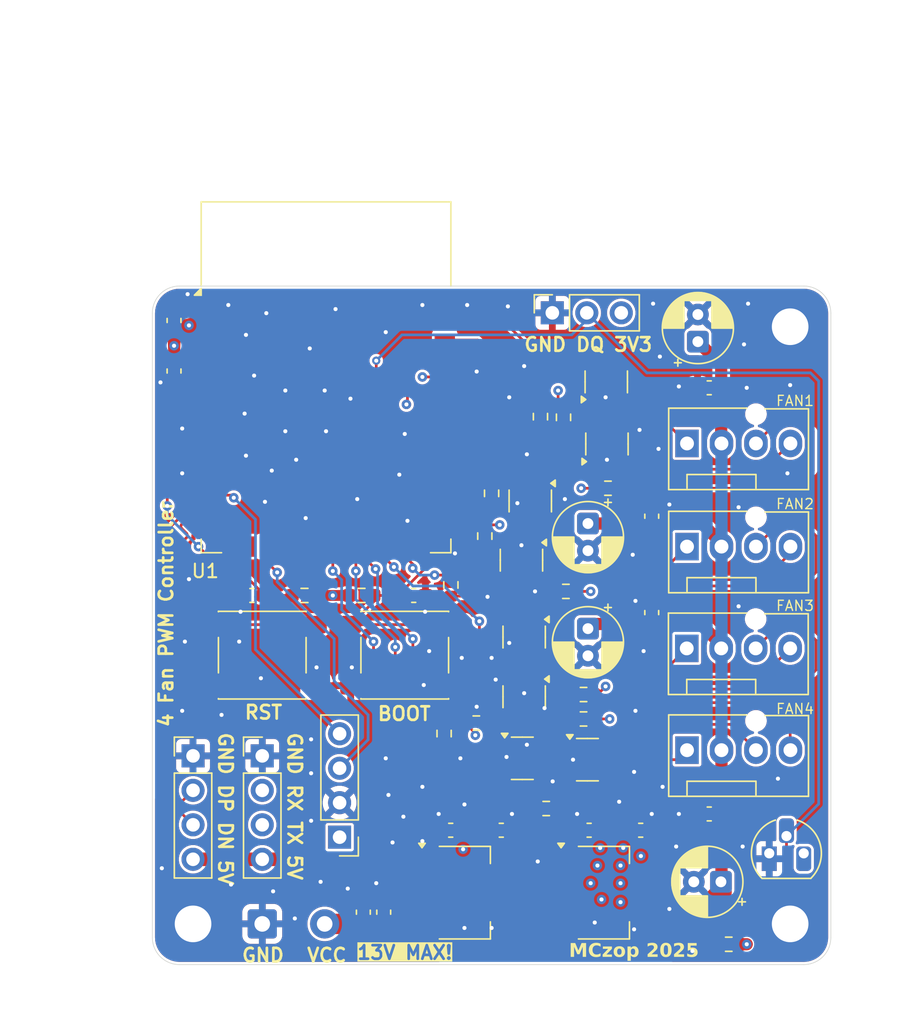
<source format=kicad_pcb>
(kicad_pcb (version 20241229) (generator "pcbnew") (generator_version "9.0")
  (layers (0 "F.Cu" signal) (4 "In1.Cu" signal) (6 "In2.Cu" signal) (8 "In3.Cu" signal) (10 "In4.Cu" signal) (2 "B.Cu" signal) (13 "F.Paste" user) (15 "B.Paste" user) (5 "F.SilkS" user "F.Silkscreen") (7 "B.SilkS" user "B.Silkscreen") (1 "F.Mask" user) (3 "B.Mask" user) (25 "Edge.Cuts" user))
  (net 0 "")
  (net 1 "GND")
  (net 2 "+5V")
  (net 3 "VCC")
  (net 4 "+3V3")
  (net 5 "/RESET")
  (net 6 "/BOOT")
  (net 7 "Net-(M1-PWM)")
  (net 8 "Net-(M1--)")
  (net 9 "/FAN_1_SW")
  (net 10 "Net-(Q2-G)")
  (net 11 "/FAN_1_PWM")
  (net 17 "/RXD")
  (net 19 "/TXD")
  (net 26 "/USB_DP")
  (net 31 "/FAN_1_TACH")
  (net 32 "Net-(M2--)")
  (net 33 "/FAN_2_TACH")
  (net 34 "Net-(M2-PWM)")
  (net 35 "Net-(M3--)")
  (net 36 "/FAN_3_TACH")
  (net 37 "Net-(M3-PWM)")
  (net 38 "/FAN_4_TACH")
  (net 39 "Net-(M4-PWM)")
  (net 40 "Net-(M4--)")
  (net 41 "Net-(Q3-G)")
  (net 42 "/FAN_2_SW")
  (net 43 "Net-(Q5-G)")
  (net 44 "/FAN_3_SW")
  (net 45 "Net-(Q7-G)")
  (net 46 "/FAN_4_SW")
  (net 47 "/FAN_2_PWM")
  (net 48 "/FAN_3_PWM")
  (net 49 "/FAN_4_PWM")
  (net 50 "/USB_DN")
  (net 51 "/SCL")
  (net 52 "/SDA")
  (net 53 "/DQ")
  (footprint "Resistor_SMD:R_0603_1608Metric" (layer "F.Cu") (at 191.3 85.675 -90)
    (property "Reference" "R4" (hide yes))
    (property "Value" "5.1k")
  )
  (footprint "Capacitor_SMD:C_0603_1608Metric_Pad1.08x0.95mm_HandSolder" (layer "F.Cu") (at 202.0375 114.9)
    (property "Reference" "C19" (hide yes))
    (property "Value" "4.7u")
  )
  (footprint "Resistor_SMD:R_0603_1608Metric" (layer "F.Cu") (at 182.5 108.975 -90)
    (property "Reference" "R12" (hide yes))
    (property "Value" "100")
  )
  (footprint "Capacitor_SMD:C_0603_1608Metric_Pad1.08x0.95mm_HandSolder" (layer "F.Cu") (at 162.6 82.2625 90)
    (property "Reference" "C12" (hide yes))
    (property "Value" "4.7u")
  )
  (footprint "Capacitor_SMD:C_0603_1608Metric_Pad1.08x0.95mm_HandSolder" (layer "F.Cu") (at 182.9875 116.1 180)
    (property "Reference" "C2" (hide yes))
    (property "Value" "4.7u")
  )
  (footprint "Package_TO_SOT_SMD:SOT-23-3" (layer "F.Cu") (at 193.0625 110.9)
    (property "Reference" "Q8" (hide yes))
    (property "Value" "IRLML6244")
  )
  (footprint "Capacitor_THT:CP_Radial_D5.0mm_P2.00mm" (layer "F.Cu") (at 193.1 93.5 -90)
    (property "Reference" "C16" (hide yes))
    (property "Value" "100u")
  )
  (footprint "Capacitor_SMD:C_0603_1608Metric_Pad1.08x0.95mm_HandSolder" (layer "F.Cu") (at 197.8 92.9625 -90)
    (property "Reference" "C15" (hide yes))
    (property "Value" "4.7u")
  )
  (footprint "Package_TO_SOT_SMD:SOT-223-3_TabPin2" (layer "F.Cu") (at 194.25 120.7)
    (property "Reference" "U2" (hide yes))
    (property "Value" "AZ1117-3.3")
  )
  (footprint "Resistor_SMD:R_0603_1608Metric_Pad0.98x0.95mm_HandSolder" (layer "F.Cu") (at 176.4125 98.8 180)
    (property "Reference" "R2" (hide yes))
    (property "Value" "5.1k")
  )
  (footprint "Capacitor_SMD:C_0603_1608Metric_Pad1.08x0.95mm_HandSolder" (layer "F.Cu") (at 196.9875 116.1)
    (property "Reference" "C6" (hide yes))
    (property "Value" "4.7u")
  )
  (footprint "Resistor_SMD:R_0603_1608Metric" (layer "F.Cu") (at 190.025 114.5)
    (property "Reference" "R14" (hide yes))
    (property "Value" "5.1k")
  )
  (footprint "Resistor_SMD:R_0603_1608Metric" (layer "F.Cu") (at 191.475 98.5)
    (property "Reference" "R8" (hide yes))
    (property "Value" "5.1k")
  )
  (footprint "Resistor_SMD:R_0603_1608Metric_Pad0.98x0.95mm_HandSolder" (layer "F.Cu") (at 172.2125 98.8)
    (property "Reference" "R1" (hide yes))
    (property "Value" "5.1k")
  )
  (footprint "MountingHole:MountingHole_2.7mm_M2.5_DIN965_Pad_TopBottom" (layer "F.Cu") (at 208 123)
    (property "Reference" "H2" (hide yes))
    (property "Value" "MountingHole_Pad")
  )
  (footprint "RF_Module:ESP32-S3-WROOM-1" (layer "F.Cu") (at 173.8 82.7)
    (property "Reference" "U1")
    (property "Value" "ESP32-S3-WROOM-1")
  )
  (footprint "Capacitor_SMD:C_0603_1608Metric_Pad1.08x0.95mm_HandSolder" (layer "F.Cu") (at 162.6 78.5375 -90)
    (property "Reference" "C11" (hide yes))
    (property "Value" "100n")
  )
  (footprint "Capacitor_SMD:C_0603_1608Metric_Pad1.08x0.95mm_HandSolder" (layer "F.Cu") (at 180.2625 98.8 180)
    (property "Reference" "C10" (hide yes))
    (property "Value" "100n")
  )
  (footprint "Capacitor_SMD:C_0603_1608Metric_Pad1.08x0.95mm_HandSolder" (layer "F.Cu") (at 178.05 122.1375 90)
    (property "Reference" "C4" (hide yes))
    (property "Value" "4.7u")
  )
  (footprint "Package_TO_SOT_SMD:SOT-23-3" (layer "F.Cu") (at 194.5 87.6375 90)
    (property "Reference" "Q2" (hide yes))
    (property "Value" "2N7002")
  )
  (footprint "Connector_PinHeader_2.54mm:PinHeader_1x04_P2.54mm_Vertical" (layer "F.Cu") (at 169.1 110.62)
    (property "Reference" "J3" (hide yes))
    (property "Value" "UART")
  )
  (footprint "Package_TO_SOT_SMD:SOT-23-3" (layer "F.Cu") (at 188.85 91.8375 -90)
    (property "Reference" "Q4" (hide yes))
    (property "Value" "IRLML6244")
  )
  (footprint "Capacitor_THT:CP_Radial_D5.0mm_P2.00mm" (layer "F.Cu") (at 193.1 101.244888 -90)
    (property "Reference" "C18" (hide yes))
    (property "Value" "100u")
  )
  (footprint "Package_TO_SOT_SMD:SOT-23-3" (layer "F.Cu") (at 194.45 83.0625 90)
    (property "Reference" "Q1" (hide yes))
    (property "Value" "IRLML6244")
  )
  (footprint "Capacitor_SMD:C_0603_1608Metric_Pad1.08x0.95mm_HandSolder" (layer "F.Cu") (at 202.0375 83.5)
    (property "Reference" "C13" (hide yes))
    (property "Value" "4.7u")
  )
  (footprint "Connector_PinHeader_2.54mm:PinHeader_1x04_P2.54mm_Vertical" (layer "F.Cu") (at 174.8 116.61 180)
    (property "Reference" "J5" (hide yes))
    (property "Value" "I2C")
  )
  (footprint "Connector:FanPinHeader_1x04_P2.54mm_Vertical" (layer "F.Cu") (at 200.38 102.7)
    (property "Reference" "M3" (hide yes))
    (property "Value" "Fan_3")
  )
  (footprint "Package_TO_SOT_SMD:SOT-23-3" (layer "F.Cu") (at 188.2 96.2 -90)
    (property "Reference" "Q3" (hide yes))
    (property "Value" "2N7002")
  )
  (footprint "Package_TO_SOT_THT:TO-92_HandSolder" (layer "F.Cu") (at 206.46 117.8)
    (property "Reference" "U4" (hide yes))
    (property "Value" "DS18B20")
  )
  (footprint "Resistor_SMD:R_0603_1608Metric" (layer "F.Cu") (at 183 98.025 -90)
    (property "Reference" "R9" (hide yes))
    (property "Value" "100")
  )
  (footprint "Capacitor_SMD:C_0603_1608Metric_Pad1.08x0.95mm_HandSolder" (layer "F.Cu") (at 193.1875 116.1 180)
    (property "Reference" "C5" (hide yes))
    (property "Value" "100n")
  )
  (footprint "MountingHole:MountingHole_2.7mm_M2.5_DIN965_Pad_TopBottom" (layer "F.Cu") (at 208 79)
    (property "Reference" "H1" (hide yes))
    (property "Value" "MountingHole_Pad")
  )
  (footprint "Package_TO_SOT_SMD:SOT-23-3" (layer "F.Cu") (at 188.4 106.2625 -90)
    (property "Reference" "Q5" (hide yes))
    (property "Value" "2N7002")
  )
  (footprint "Capacitor_THT:CP_Radial_D5.0mm_P2.00mm" (layer "F.Cu") (at 202.9 119.9 180)
    (property "Reference" "C20" (hide yes))
    (property "Value" "100u")
  )
  (footprint "Connector_Wire:SolderWire-0.5sqmm_1x02_P4.6mm_D0.9mm_OD2.1mm" (layer "F.Cu") (at 169.1 123)
    (property "Reference" "J1" (hide yes))
    (property "Value" "PWR")
  )
  (footprint "Connector_PinHeader_2.54mm:PinHeader_1x04_P2.54mm_Vertical" (layer "F.Cu") (at 164 110.62)
    (property "Reference" "J2" (hide yes))
    (property "Value" "USB")
  )
  (footprint "Capacitor_SMD:C_0603_1608Metric_Pad1.08x0.95mm_HandSolder" (layer "F.Cu") (at 197.8 100.0625 -90)
    (property "Reference" "C17" (hide yes))
    (property "Value" "4.7u")
  )
  (footprint "Resistor_SMD:R_0603_1608Metric" (layer "F.Cu") (at 203.475 124.5)
    (property "Reference" "R15" (hide yes))
    (property "Value" "5.1k")
  )
  (footprint "Button_Switch_SMD:SW_SPST_PTS645Sx43SMTR92" (layer "F.Cu") (at 179.6 103.2 180)
    (property "Reference" "SW2" (hide yes))
    (property "Value" "BOOT")
  )
  (footprint "Resistor_SMD:R_0603_1608Metric" (layer "F.Cu") (at 189.6 85.625 -90)
    (property "Reference" "R3" (hide yes))
    (property "Value" "100")
  )
  (footprint "Capacitor_SMD:C_0603_1608Metric_Pad1.08x0.95mm_HandSolder" (layer "F.Cu") (at 186.7125 116.1)
    (property "Reference" "C1" (hide yes))
    (property "Value" "100n")
  )
  (footprint "Package_TO_SOT_SMD:SOT-23-3" (layer "F.Cu") (at 188.4 101.8625 -90)
    (property "Reference" "Q6" (hide yes))
    (property "Value" "IRLML6244")
  )
  (footprint "Resistor_SMD:R_0603_1608Metric" (layer "F.Cu") (at 192.775 107.9)
    (property "Reference" "R11" (hide yes))
    (property "Value" "5.1k")
  )
  (footprint "Resistor_SMD:R_0603_1608Metric" (layer "F.Cu") (at 194.575 90.9 180)
    (property "Reference" "R5" (hide yes))
    (property "Value" "5.1k")
  )
  (footprint "Capacitor_SMD:C_0603_1608Metric_Pad1.08x0.95mm_HandSolder" (layer "F.Cu") (at 176.55 122.1375 90)
    (property "Reference" "C3" (hide yes))
    (property "Value" "100n")
  )
  (footprint "Resistor_SMD:R_0603_1608Metric" (layer "F.Cu") (at 186 91.275 -90)
    (property "Reference" "R6" (hide yes))
    (property "Value" "100")
  )
  (footprint "Button_Switch_SMD:SW_SPST_PTS645Sx43SMTR92" (layer "F.Cu") (at 169.1 103.2 180)
    (property "Reference" "SW1" (hide yes))
    (property "Value" "RESET")
  )
  (footprint "Connector:FanPinHeader_1x04_P2.54mm_Vertical" (layer "F.Cu") (at 200.4 87.6)
    (property "Reference" "M1" (hide yes))
    (property "Value" "Fan_1")
  )
  (footprint "Resistor_SMD:R_0603_1608Metric" (layer "F.Cu") (at 184.875 108.2)
    (property "Reference" "R13" (hide yes))
    (property "Value" "5.1k")
  )
  (footprint "Resistor_SMD:R_0603_1608Metric" (layer "F.Cu") (at 192.775 106.1 180)
    (property "Reference" "R10" (hide yes))
    (property "Value" "5.1k")
  )
  (footprint "Package_TO_SOT_SMD:SOT-23-3" (layer "F.Cu") (at 188.2625 110.8)
    (property "Reference" "Q7" (hide yes))
    (property "Value" "2N7002")
  )
  (footprint "Connector:FanPinHeader_1x04_P2.54mm_Vertical" (layer "F.Cu") (at 200.4 95.2)
    (property "Reference" "M2" (hide yes))
    (property "Value" "Fan_2")
  )
  (footprint "Capacitor_SMD:C_0603_1608Metric_Pad1.08x0.95mm_HandSolder" (layer "F.Cu") (at 168.3375 98.8)
    (property "Reference" "C9" (hide yes))
    (property "Value" "100n")
  )
  (footprint "MountingHole:MountingHole_2.7mm_M2.5_DIN965_Pad_TopBottom" (layer "F.Cu") (at 164 123)
    (property "Reference" "H3" (hide yes))
    (property "Value" "MountingHole_Pad")
  )
  (footprint "Resistor_SMD:R_0603_1608Metric" (layer "F.Cu") (at 185.5 94.425 -90)
    (property "Reference" "R7" (hide yes))
    (property "Value" "5.1k")
  )
  (footprint "Package_TO_SOT_SMD:SOT-223-3_TabPin2" (layer "F.Cu") (at 184 120.7)
    (property "Reference" "U3" (hide yes))
    (property "Value" "AZ1117-5.0")
  )
  (footprint "Capacitor_THT:CP_Radial_D5.0mm_P2.00mm" (layer "F.Cu") (at 201.2 80.1 90)
    (property "Reference" "C14" (hide yes))
    (property "Value" "100u")
  )
  (footprint "Connector:FanPinHeader_1x04_P2.54mm_Vertical" (layer "F.Cu") (at 200.4 110.2)
    (property "Reference" "M4" (hide yes))
    (property "Value" "Fan_4")
  )
  (footprint "Connector_PinSocket_2.54mm:PinSocket_1x03_P2.54mm_Vertical" (layer "F.Cu") (at 190.475 77.975 90)
    (property "Reference" "J4" (hide yes))
    (property "Value" "DS18B20")
  )
  (gr_line (start 161 124) (end 161 78) (stroke (width 0.05)) (layer "Edge.Cuts"))
  (gr_arc (start 161 78) (mid 161.585786 76.585786) (end 163 76) (stroke (width 0.05)) (layer "Edge.Cuts"))
  (gr_line (start 163 76) (end 209 76) (stroke (width 0.05)) (layer "Edge.Cuts"))
  (gr_arc (start 163 126) (mid 161.585786 125.414214) (end 161 124) (stroke (width 0.05)) (layer "Edge.Cuts"))
  (gr_arc (start 211 124) (mid 210.414214 125.414214) (end 209 126) (stroke (width 0.05)) (layer "Edge.Cuts"))
  (gr_line (start 211 78) (end 211 124) (stroke (width 0.05)) (layer "Edge.Cuts"))
  (gr_arc (start 209 76) (mid 210.414214 76.585786) (end 211 78) (stroke (width 0.05)) (layer "Edge.Cuts"))
  (gr_line (start 209 126) (end 163 126) (stroke (width 0.05)) (layer "Edge.Cuts"))
  (gr_text "MCzop 2025" (at 191.7 125.6 0) (layer "F.SilkS") (effects (font (size 1 1) (thickness 0.2) (bold yes)) (justify left bottom)))
  (gr_text "VCC\n" (at 172.3 125.9 0) (layer "F.SilkS") (effects (font (size 1 1) (thickness 0.2) (bold yes)) (justify left bottom)))
  (gr_text "GND DQ 3V3\n" (at 188.3 80.9 0) (layer "F.SilkS") (effects (font (size 1 1) (thickness 0.2) (bold yes)) (justify left bottom)))
  (gr_text "FAN1\n" (at 206.9 84.9 0) (layer "F.SilkS") (effects (font (size 0.75 0.75) (thickness 0.1)) (justify left bottom)))
  (gr_text "BOOT\n" (at 177.5 108.1 0) (layer "F.SilkS") (effects (font (size 1 1) (thickness 0.2) (bold yes)) (justify left bottom)))
  (gr_text "4 Fan PWM Controller" (at 162.6 108.6 90) (layer "F.SilkS") (effects (font (size 1 1) (thickness 0.2) (bold yes)) (justify left bottom)))
  (gr_text "FAN2" (at 206.9 92.5 0) (layer "F.SilkS") (effects (font (size 0.75 0.75) (thickness 0.1)) (justify left bottom)))
  (gr_text "13V MAX!" (at 176 125.7 0) (layer "F.SilkS" knockout) (effects (font (size 1 1) (thickness 0.2) (bold yes)) (justify left bottom)))
  (gr_text "RST\n" (at 167.7 108 0) (layer "F.SilkS") (effects (font (size 1 1) (thickness 0.2) (bold yes)) (justify left bottom)))
  (gr_text "GND DP DN 5V\n" (at 165.8 108.8 270) (layer "F.SilkS") (effects (font (size 1 1) (thickness 0.2) (bold yes)) (justify left bottom)))
  (gr_text "GND RX TX 5V\n" (at 170.9 108.8 270) (layer "F.SilkS") (effects (font (size 1 1) (thickness 0.2) (bold yes)) (justify left bottom)))
  (gr_text "GND" (at 167.5 125.9 0) (layer "F.SilkS") (effects (font (size 1 1) (thickness 0.2) (bold yes)) (justify left bottom)))
  (gr_text "FAN3" (at 206.9 100 0) (layer "F.SilkS") (effects (font (size 0.75 0.75) (thickness 0.1)) (justify left bottom)))
  (gr_text "FAN4" (at 206.9 107.6 0) (layer "F.SilkS") (effects (font (size 0.75 0.75) (thickness 0.1)) (justify left bottom)))
  (via (at 169.8 89.6) (size 0.7) (drill 0.3) (layers "F.Cu" "B.Cu") (net 1))
  (via (at 181.4 102.9) (size 0.7) (drill 0.3) (layers "F.Cu" "B.Cu") (net 1))
  (via (at 163.4 102.2) (size 0.7) (drill 0.3) (layers "F.Cu" "B.Cu") (net 1))
  (via (at 197.2 102.9) (size 0.7) (drill 0.3) (layers "F.Cu" "B.Cu") (net 1))
  (via (at 176.1 91.7) (size 0.7) (drill 0.3) (layers "F.Cu" "B.Cu") (net 1))
  (via (at 163.2 89.8) (size 0.7) (drill 0.3) (layers "F.Cu" "B.Cu") (net 1))
  (via (at 192.3 114.9) (size 0.7) (drill 0.3) (layers "F.Cu" "B.Cu") (net 1))
  (via (at 184.9 107) (size 0.7) (drill 0.3) (layers "F.Cu" "B.Cu") (net 1))
  (via (at 167.5 100) (size 0.7) (drill 0.3) (layers "F.Cu" "B.Cu") (net 1))
  (via (at 187.9 92) (size 0.7) (drill 0.3) (layers "F.Cu" "B.Cu") (net 1))
  (via (at 171.5 122.6) (size 0.7) (drill 0.3) (layers "F.Cu" "B.Cu") (net 1))
  (via (at 196.5 123.4) (size 0.7) (drill 0.3) (layers "F.Cu" "B.Cu") (net 1))
  (via (at 199.1 121.9) (size 0.7) (drill 0.3) (layers "F.Cu" "B.Cu") (net 1))
  (via (at 163.2 107.3) (size 0.7) (drill 0.3) (layers "F.Cu" "B.Cu") (net 1))
  (via (at 190.5 112.5) (size 0.7) (drill 0.3) (layers "F.Cu" "B.Cu") (net 1))
  (via (at 172.7 109.4) (size 0.7) (drill 0.3) (layers "F.Cu" "B.Cu") (net 1))
  (via (at 169.4 78) (size 0.7) (drill 0.3) (layers "F.Cu" "B.Cu") (net 1))
  (via (at 204.2 99.6) (size 0.7) (drill 0.3) (layers "F.Cu" "B.Cu") (net 1))
  (via (at 178.2 79.4) (size 0.7) (drill 0.3) (layers "F.Cu" "B.Cu") (net 1))
  (via (at 180.9 112.9) (size 0.7) (drill 0.3) (layers "F.Cu" "B.Cu") (net 1))
  (via (at 167.9 88.5) (size 0.7) (drill 0.3) (layers "F.Cu" "B.Cu") (net 1))
  (via (at 188.4 106) (size 0.7) (drill 0.3) (layers "F.Cu" "B.Cu") (net 1))
  (via (at 186 103.4) (size 0.7) (drill 0.3) (layers "F.Cu" "B.Cu") (net 1))
  (via (at 174.5 77.7) (size 0.7) (drill 0.3) (layers "F.Cu" "B.Cu") (net 1))
  (via (at 172.7 115.4) (size 0.7) (drill 0.3) (layers "F.Cu" "B.Cu") (net 1))
  (via (at 196.6 107.3) (size 0.7) (drill 0.3) (layers "F.Cu" "B.Cu") (net 1))
  (via (at 196.6 99.2) (size 0.7) (drill 0.3) (layers "F.Cu" "B.Cu") (net 1))
  (via (at 184.9 82.3) (size 0.7) (drill 0.3) (layers "F.Cu" "B.Cu") (net 1))
  (via (at 184 123.3) (size 0.7) (drill 0.3) (layers "F.Cu" "B.Cu") (net 1))
  (via (at 180.9 77.4) (size 0.7) (drill 0.3) (layers "F.Cu" "B.Cu") (net 1))
  (via (at 166.6 77.4) (size 0.7) (drill 0.3) (layers "F.Cu" "B.Cu") (net 1))
  (via (at 173.7 83.7) (size 0.7) (drill 0.3) (layers "F.Cu" "B.Cu") (net 1))
  (via (at 178.2 110.8) (size 0.7) (drill 0.3) (layers "F.Cu" "B.Cu") (net 1))
  (via (at 199.6 117.3) (size 0.7) (drill 0.3) (layers "F.Cu" "B.Cu") (net 1))
  (via (at 179.8 93.3) (size 0.7) (drill 0.3) (layers "F.Cu" "B.Cu") (net 1))
  (via (at 188.6 88.4) (size 0.7) (drill 0.3) (layers "F.Cu" "B.Cu") (net 1))
  (via (at 169 104.9) (size 0.7) (drill 0.3) (layers "F.Cu" "B.Cu") (net 1))
  (via (at 187.3 84.2) (size 0.7) (drill 0.3) (layers "F.Cu" "B.Cu") (net 1))
  (via (at 187.3 102.3) (size 0.7) (drill 0.3) (layers "F.Cu" "B.Cu") (net 1))
  (via (at 188.6 109.8) (size 0.7) (drill 0.3) (layers "F.Cu" "B.Cu") (net 1))
  (via (at 172.7 111.9) (size 0.7) (drill 0.3) (layers "F.Cu" "B.Cu") (net 1))
  (via (at 198.4 81.2) (size 0.7) (drill 0.3) (layers "F.Cu" "B.Cu") (net 1))
  (via (at 204.8 83.5) (size 0.7) (drill 0.3) (layers "F.Cu" "B.Cu") (net 1))
  (via (at 184 114.2) (size 0.7) (drill 0.3) (layers "F.Cu" "B.Cu") (net 1))
  (via (at 186 123.3) (size 0.7) (drill 0.3) (layers "F.Cu" "B.Cu") (net 1))
  (via (at 178.4 113.5) (size 0.7) (drill 0.3) (layers "F.Cu" "B.Cu") (net 1))
  (via (at 175.4 120.4) (size 0.7) (drill 0.3) (layers "F.Cu" "B.Cu") (net 1))
  (via (at 193.6 122.9) (size 0.7) (drill 0.3) (layers "F.Cu" "B.Cu") (net 1))
  (via (at 173.1 104.1) (size 0.7) (drill 0.3) (layers "F.Cu" "B.Cu") (net 1))
  (via (at 175.7 104.1) (size 0.7) (drill 0.3) (layers "F.Cu" "B.Cu") (net 1))
  (via (at 170.8 86.7) (size 0.7) (drill 0.3) (layers "F.Cu" "B.Cu") (net 1))
  (via (at 189.9 107.1) (size 0.7) (drill 0.3) (layers "F.Cu" "B.Cu") (net 1))
  (via (at 194.5 88.8) (size 0.7) (drill 0.3) (layers "F.Cu" "B.Cu") (net 1))
  (via (at 188.4 81.9) (size 0.7) (drill 0.3) (layers "F.Cu" "B.Cu") (net 1))
  (via (at 172.6 80.6) (size 0.7) (drill 0.3) (layers "F.Cu" "B.Cu") (net 1))
  (via (at 167.8 85.4) (size 0.7) (drill 0.3) (layers "F.Cu" "B.Cu") (net 1))
  (via (at 175.6 84.3) (size 0.7) (drill 0.3) (layers "F.Cu" "B.Cu") (net 1))
  (via (at 194.4 84.2) (size 0.7) (drill 0.3) (layers "F.Cu" "B.Cu") (net 1))
  (via (at 179.6 86.9) (size 0.7) (drill 0.3) (layers "F.Cu" "B.Cu") (net 1))
  (via (at 199.8 83.4) (size 0.7) (drill 0.3) (layers "F.Cu" "B.Cu") (net 1))
  (via (at 187.5 114.9) (size 0.7) (drill 0.3) (layers "F.Cu" "B.Cu") (net 1))
  (via (at 187.2 77.5) (size 0.7) (drill 0.3) (layers "F.Cu" "B.Cu") (net 1))
  (via (at 181 105.4) (size 0.7) (drill 0.3) (layers "F.Cu" "B.Cu") (net 1))
  (via (at 184.2 77.4) (size 0.7) (drill 0.3) (layers "F.Cu" "B.Cu") (net 1))
  (via (at 169.9 120.6) (size 0.7) (drill 0.3) (layers "F.Cu" "B.Cu") (net 1))
  (via (at 161.7 118.9) (size 0.7) (drill 0.3) (layers "F.Cu" "B.Cu") (net 1))
  (via (at 197.9 77.3) (size 0.7) (drill 0.3) (layers "F.Cu" "B.Cu") (net 1))
  (via (at 204.5 117.3) (size 0.7) (drill 0.3) (layers "F.Cu" "B.Cu") (net 1))
  (via (at 204.2 92.3) (size 0.7) (drill 0.3) (layers "F.Cu" "B.Cu") (net 1))
  (via (at 191.4 91.7) (size 0.7) (drill 0.3) (layers "F.Cu" "B.Cu") (net 1))
  (via (at 163.7 97.6) (size 0.7) (drill 0.3) (layers "F.Cu" "B.Cu") (net 1))
  (via (at 208 83.3) (size 0.7) (drill 0.3) (layers "F.Cu" "B.Cu") (net 1))
  (via (at 198.6 112.9) (size 0.7) (drill 0.3) (layers "F.Cu" "B.Cu") (net 1))
  (via (at 171.6 88.8) (size 0.7) (drill 0.3) (layers "F.Cu" "B.Cu") (net 1))
  (via (at 173.4 119.9) (size 0.7) (drill 0.3) (layers "F.Cu" "B.Cu") (net 1))
  (via (at 186.3 105) (size 0.7) (drill 0.3) (layers "F.Cu" "B.Cu") (net 1))
  (via (at 195.4 114) (size 0.7) (drill 0.3) (layers "F.Cu" "B.Cu") (net 1))
  (via (at 207.8 89.8) (size 0.7) (drill 0.3) (layers "F.Cu" "B.Cu") (net 1))
  (via (at 192 110.9) (size 0.7) (drill 0.3) (layers "F.Cu" "B.Cu") (net 1))
  (via (at 179.5 115.1) (size 0.7) (drill 0.3) (layers "F.Cu" "B.Cu") (net 1))
  (via (at 182.1 114.9) (size 0.7) (drill 0.3) (layers "F.Cu" "B.Cu") (net 1))
  (via (at 166.1 107.6) (size 0.7) (drill 0.3) (layers "F.Cu" "B.Cu") (net 1))
  (via (at 173.8 86.7) (size 0.7) (drill 0.3) (layers "F.Cu" "B.Cu") (net 1))
  (via (at 197.8 114.9) (size 0.7) (drill 0.3) (layers "F.Cu" "B.Cu") (net 1))
  (via (at 180.9 116.9) (size 0.7) (drill 0.3) (layers "F.Cu" "B.Cu") (net 1))
  (via (at 200.8 125) (size 0.7) (drill 0.3) (layers "F.Cu" "B.Cu") (net 1))
  (via (at 168.5 82.6) (size 0.7) (drill 0.3) (layers "F.Cu" "B.Cu") (net 1))
  (via (at 177.5 120) (size 0.7) (drill 0.3) (layers "F.Cu" "B.Cu") (net 1))
  (via (at 170.8 83.7) (size 0.7) (drill 0.3) (layers "F.Cu" "B.Cu") (net 1))
  (via (at 163.2 86.5) (size 0.7) (drill 0.3) (layers "F.Cu" "B.Cu") (net 1))
  (via (at 167.9 79.6) (size 0.7) (drill 0.3) (layers "F.Cu" "B.Cu") (net 1))
  (via (at 196.9 86.6) (size 0.7) (drill 0.3) (layers "F.Cu" "B.Cu") (net 1))
  (via (at 179.2 89.9) (size 0.7) (drill 0.3) (layers "F.Cu" "B.Cu") (net 1))
  (via (at 188.2 95.1) (size 0.7) (drill 0.3) (layers "F.Cu" "B.Cu") (net 1))
  (via (at 199.8 114.9) (size 0.7) (drill 0.3) (layers "F.Cu" "B.Cu") (net 1))
  (via (at 196.4 95.8) (size 0.7) (drill 0.3) (layers "F.Cu" "B.Cu") (net 1))
  (via (at 204.6 80.3) (size 0.7) (drill 0.3) (layers "F.Cu" "B.Cu") (net 1))
  (via (at 187.1 110.7) (size 0.7) (drill 0.3) (layers "F.Cu" "B.Cu") (net 1))
  (via (at 183.7 110.8) (size 0.7) (drill 0.3) (layers "F.Cu" "B.Cu") (net 1))
  (via (at 204.9 77.3) (size 0.7) (drill 0.3) (layers "F.Cu" "B.Cu") (net 1))
  (via (at 163.6 76.6) (size 0.7) (drill 0.3) (layers "F.Cu" "B.Cu") (net 1))
  (via (at 178.7 117) (size 0.7) (drill 0.3) (layers "F.Cu" "B.Cu") (net 1))
  (via (at 199.1 92.1) (size 0.7) (drill 0.3) (layers "F.Cu" "B.Cu") (net 1))
  (via (at 161.6 83.1) (size 0.7) (drill 0.3) (layers "F.Cu" "B.Cu") (net 1))
  (via (at 167.4 102.2) (size 0.7) (drill 0.3) (layers "F.Cu" "B.Cu") (net 1))
  (via (at 169.3 91.9) (size 0.7) (drill 0.3) (layers "F.Cu" "B.Cu") (net 1))
  (via (at 183.3 95.7) (size 0.7) (drill 0.3) (layers "F.Cu" "B.Cu") (net 1))
  (via (at 172.3 93.1) (size 0.7) (drill 0.3) (layers "F.Cu" "B.Cu") (net 1))
  (via (at 207.1 112.3) (size 0.7) (drill 0.3) (layers "F.Cu" "B.Cu") (net 1))
  (via (at 196.5 111.8) (size 0.7) (drill 0.3) (layers "F.Cu" "B.Cu") (net 1))
  (via (at 189.2 98.5) (size 0.7) (drill 0.3) (layers "F.Cu" "B.Cu") (net 1))
  (via (at 166.8 120.1) (size 0.7) (drill 0.3) (layers "F.Cu" "B.Cu") (net 1))
  (via (at 189.4 118.4) (size 0.7) (drill 0.3) (layers "F.Cu" "B.Cu") (net 1))
  (via (at 198.3 88) (size 0.7) (drill 0.3) (layers "F.Cu" "B.Cu") (net 1))
  (via (at 183.8 103.4) (size 0.7) (drill 0.3) (layers "F.Cu" "B.Cu") (net 1))
  (via (at 181.1 100) (size 0.7) (drill 0.3) (layers "F.Cu" "B.Cu") (net 1))
  (via (at 185.7 98.9) (size 0.7) (drill 0.3) (layers "F.Cu" "B.Cu") (net 1))
  (segment (start 177.34 118.24) (end 164 118.24) (width 1) (layer "F.Cu") (net 2))
  (segment (start 179.8 120.7) (end 177.34 118.24) (width 1) (layer "F.Cu") (net 2))
  (segment (start 193.8 106.1) (end 193.6 106.1) (width 0.2) (layer "F.Cu") (net 2))
  (segment (start 184.8 109.1) (end 184.8 108.95) (width 0.2) (layer "F.Cu") (net 2))
  (segment (start 194.4 105.5) (end 193.8 106.1) (width 0.2) (layer "F.Cu") (net 2))
  (segment (start 186.6 93.6) (end 185.5 93.6) (width 0.2) (layer "F.Cu") (net 2))
  (segment (start 190.9 83.7) (end 190.9 84.45) (width 0.2) (layer "F.Cu") (net 2))
  (segment (start 180.85 120.7) (end 179.8 120.7) (width 1) (layer "F.Cu") (net 2))
  (segment (start 184.8 108.95) (end 184.05 108.2) (width 0.2) (layer "F.Cu") (net 2))
  (segment (start 190.9 84.45) (end 191.3 84.85) (width 0.2) (layer "F.Cu") (net 2))
  (via (at 190.9 83.7) (size 0.7) (drill 0.3) (layers "F.Cu" "B.Cu") (net 2))
  (via (at 183.9 117.5) (size 0.7) (drill 0.3) (layers "F.Cu" "B.Cu") (net 2))
  (via (at 184.8 109.1) (size 0.7) (drill 0.3) (layers "F.Cu" "B.Cu") (net 2))
  (via (at 194.4 105.5) (size 0.7) (drill 0.3) (layers "F.Cu" "B.Cu") (net 2))
  (via (at 186.6 93.6) (size 0.7) (drill 0.3) (layers "F.Cu" "B.Cu") (net 2))
  (segment (start 202.94 120.66) (end 202.94 119.86) (width 1.5) (layer "F.Cu") (net 3))
  (segment (start 201.5 93.5) (end 202.94 94.94) (width 0.9) (layer "F.Cu") (net 3))
  (segment (start 180.85 123) (end 182.65 124.8) (width 1.5) (layer "F.Cu") (net 3))
  (segment (start 193.1 93.5) (end 201.5 93.5) (width 0.9) (layer "F.Cu") (net 3))
  (segment (start 198.8 124.8) (end 202.94 120.66) (width 1.5) (layer "F.Cu") (net 3))
  (segment (start 193.444888 100.9) (end 193.1 101.244888) (width 0.2) (layer "F.Cu") (net 3))
  (segment (start 202.94 119.86) (end 202.9 119.9) (width 0.2) (layer "F.Cu") (net 3))
  (segment (start 202.92 87.6) (end 202.92 81.82) (width 0.9) (layer "F.Cu") (net 3))
  (segment (start 182.65 124.8) (end 198.8 124.8) (width 1.5) (layer "F.Cu") (net 3))
  (segment (start 202.92 81.82) (end 201.2 80.1) (width 0.9) (layer "F.Cu") (net 3))
  (segment (start 202.94 94.94) (end 202.94 95.2) (width 0.9) (layer "F.Cu") (net 3))
  (segment (start 202.94 110.2) (end 202.94 119.86) (width 0.9) (layer "F.Cu") (net 3))
  (segment (start 180.85 123) (end 173.85 123) (width 1.5) (layer "F.Cu") (net 3))
  (segment (start 202.92 102.7) (end 202.92 102.42) (width 0.9) (layer "F.Cu") (net 3))
  (segment (start 202.92 102.42) (end 201.4 100.9) (width 0.9) (layer "F.Cu") (net 3))
  (segment (start 201.4 100.9) (end 193.444888 100.9) (width 0.9) (layer "F.Cu") (net 3))
  (segment (start 202.94 102.68) (end 202.92 102.7) (width 0.9) (layer "B.Cu") (net 3))
  (segment (start 202.94 110.2) (end 202.94 102.72) (width 0.9) (layer "B.Cu") (net 3))
  (segment (start 202.94 102.72) (end 202.92 102.7) (width 0.9) (layer "B.Cu") (net 3))
  (segment (start 202.94 87.6) (end 202.94 95.2) (width 0.9) (layer "B.Cu") (net 3))
  (segment (start 202.94 95.2) (end 202.94 102.68) (width 0.9) (layer "B.Cu") (net 3))
  (segment (start 204.8 124.5) (end 204.3 124.5) (width 0.9) (layer "F.Cu") (net 4))
  (segment (start 191.25 114.1) (end 192.7 114.1) (width 0.2) (layer "F.Cu") (net 4))
  (segment (start 173.125 98.8) (end 175.5 98.8) (width 0.8) (layer "F.Cu") (net 4))
  (segment (start 194.05 115.45) (end 194.05 116.1) (width 0.2) (layer "F.Cu") (net 4))
  (segment (start 190.85 114.5) (end 191.25 114.1) (width 0.2) (layer "F.Cu") (net 4))
  (segment (start 193.3 98.5) (end 192.3 98.5) (width 0.2) (layer "F.Cu") (net 4))
  (segment (start 192.6 90.9) (end 193.75 90.9) (width 0.2) (layer "F.Cu") (net 4))
  (segment (start 192.7 114.1) (end 194.05 115.45) (width 0.2) (layer "F.Cu") (net 4))
  (segment (start 194.7 107.9) (end 193.6 107.9) (width 0.2) (layer "F.Cu") (net 4))
  (via (at 193.3 120) (size 0.7) (drill 0.3) (layers "F.Cu" "B.Cu") (net 4))
  (via (at 195.5 121.4) (size 0.7) (drill 0.3) (layers "F.Cu" "B.Cu") (net 4))
  (via (at 194.7 107.9) (size 0.7) (drill 0.3) (layers "F.Cu" "B.Cu") (net 4))
  (via (at 162.6 80.4) (size 0.7) (drill 0.3) (layers "F.Cu" "B.Cu") (net 4))
  (via (at 163.7 78.9) (size 0.7) (drill 0.3) (layers "F.Cu" "B.Cu") (net 4))
  (via (at 195.7 117.4) (size 0.7) (drill 0.3) (layers "F.Cu" "B.Cu") (net 4))
  (via (at 193.8 118.7) (size 0.7) (drill 0.3) (layers "F.Cu" "B.Cu") (net 4))
  (via (at 192.6 90.9) (size 0.7) (drill 0.3) (layers "F.Cu" "B.Cu") (net 4))
  (via (at 194.1 121.2) (size 0.7) (drill 0.3) (layers "F.Cu" "B.Cu") (net 4))
  (via (at 204.8 124.5) (size 0.7) (drill 0.3) (layers "F.Cu" "B.Cu") (net 4))
  (via (at 193.3 98.5) (size 0.7) (drill 0.3) (layers "F.Cu" "B.Cu") (net 4))
  (via (at 174.3 98.8) (size 0.7) (drill 0.3) (layers "F.Cu" "B.Cu") (net 4))
  (via (at 195.5 118.7) (size 0.7) (drill 0.3) (layers "F.Cu" "B.Cu") (net 4))
  (via (at 195.5 120) (size 0.7) (drill 0.3) (layers "F.Cu" "B.Cu") (net 4))
  (via (at 197 118) (size 0.7) (drill 0.3) (layers "F.Cu" "B.Cu") (net 4))
  (via (at 194 117.4) (size 0.7) (drill 0.3) (layers "F.Cu" "B.Cu") (net 4))
  (segment (start 162.1 92.2) (end 162.1 85.5) (width 0.2) (layer "F.Cu") (net 5))
  (segment (start 169.2 98.7) (end 167.8 97.3) (width 0.2) (layer "F.Cu") (net 5))
  (segment (start 163.376 80.704) (end 164.1 79.98) (width 0.2) (layer "F.Cu") (net 5))
  (segment (start 167.8 97.3) (end 166.5 97.3) (width 0.2) (layer "F.Cu") (net 5))
  (segment (start 166.5 97.3) (end 164.4 95.2) (width 0.2) (layer "F.Cu") (net 5))
  (segment (start 165.12 100.95) (end 173.08 100.95) (width 0.2) (layer "F.Cu") (net 5))
  (segment (start 169.2 98.8) (end 169.2 98.7) (width 0.2) (layer "F.Cu") (net 5))
  (segment (start 162.1 85.5) (end 163.376 84.224) (width 0.2) (layer "F.Cu") (net 5))
  (segment (start 164.1 79.98) (end 165.05 79.98) (width 0.2) (layer "F.Cu") (net 5))
  (segment (start 170.93 98.8) (end 173.08 100.95) (width 0.2) (layer "F.Cu") (net 5))
  (segment (start 163.376 84.224) (end 163.376 80.704) (width 0.2) (layer "F.Cu") (net 5))
  (segment (start 169.2 98.8) (end 170.93 98.8) (width 0.2) (layer "F.Cu") (net 5))
  (via (at 162.1 92.2) (size 0.7) (drill 0.3) (layers "F.Cu" "B.Cu") (net 5))
  (via (at 164.4 95.2) (size 0.7) (drill 0.3) (layers "F.Cu" "B.Cu") (net 5))
  (segment (start 162.1 92.2) (end 162.1 92.9) (width 0.2) (layer "B.Cu") (net 5))
  (segment (start 162.1 92.9) (end 164.4 95.2) (width 0.2) (layer "B.Cu") (net 5))
  (segment (start 179.4 98.8) (end 177.77 98.8) (width 0.2) (layer "F.Cu") (net 6))
  (segment (start 179.4 98.5) (end 182.1 95.8) (width 0.2) (layer "F.Cu") (net 6))
  (segment (start 179.4 98.8) (end 179.4 98.5) (width 0.2) (layer "F.Cu") (net 6))
  (segment (start 177.77 98.8) (end 175.62 100.95) (width 0.2) (layer "F.Cu") (net 6))
  (segment (start 182.1 95.8) (end 182.1 94.4) (width 0.2) (layer "F.Cu") (net 6))
  (segment (start 182.1 94.4) (end 182.55 93.95) (width 0.2) (layer "F.Cu") (net 6))
  (segment (start 175.62 100.95) (end 183.58 100.95) (width 0.2) (layer "F.Cu") (net 6))
  (segment (start 208 87.6) (end 206.1 89.5) (width 0.2) (layer "F.Cu") (net 7))
  (segment (start 206.1 89.5) (end 197.5 89.5) (width 0.2) (layer "F.Cu") (net 7))
  (segment (start 197.5 89.5) (end 194.5 86.5) (width 0.2) (layer "F.Cu") (net 7))
  (segment (start 191.3 86.5) (end 194.5 86.5) (width 0.2) (layer "F.Cu") (net 7))
  (segment (start 200.38 87.6) (end 200.38 87.58) (width 0.2) (layer "F.Cu") (net 8))
  (segment (start 194.725 81.925) (end 194.45 81.925) (width 0.2) (layer "F.Cu") (net 8))
  (segment (start 200.38 87.58) (end 194.725 81.925) (width 0.2) (layer "F.Cu") (net 8))
  (segment (start 192.5 84.2) (end 193.5 84.2) (width 0.2) (layer "F.Cu") (net 9))
  (segment (start 187.01 78.71) (end 192.5 84.2) (width 0.2) (layer "F.Cu") (net 9))
  (segment (start 182.55 78.71) (end 187.01 78.71) (width 0.2) (layer "F.Cu") (net 9))
  (segment (start 191.9 88.7) (end 193.475 88.7) (width 0.2) (layer "F.Cu") (net 10))
  (segment (start 189.6 86.45) (end 189.65 86.45) (width 0.2) (layer "F.Cu") (net 10))
  (segment (start 193.475 88.7) (end 193.55 88.775) (width 0.2) (layer "F.Cu") (net 10))
  (segment (start 189.65 86.45) (end 191.9 88.7) (width 0.2) (layer "F.Cu") (net 10))
  (segment (start 189.6 84.6) (end 184.98 79.98) (width 0.2) (layer "F.Cu") (net 11))
  (segment (start 189.6 84.8) (end 189.6 84.6) (width 0.2) (layer "F.Cu") (net 11))
  (segment (start 184.98 79.98) (end 182.55 79.98) (width 0.2) (layer "F.Cu") (net 11))
  (segment (start 182.37 82.7) (end 182.55 82.52) (width 0.2) (layer "F.Cu") (net 17))
  (segment (start 180.9 82.7) (end 182.37 82.7) (width 0.2) (layer "F.Cu") (net 17))
  (via (at 180.9 82.7) (size 0.7) (drill 0.3) (layers "F.Cu" "B.Cu") (net 17))
  (segment (start 179.724265 84.724265) (end 179.8 84.64853) (width 0.2) (layer "F.Cu") (net 19))
  (segment (start 179.8 81.8) (end 180.35 81.25) (width 0.2) (layer "F.Cu") (net 19))
  (segment (start 180.35 81.25) (end 182.55 81.25) (width 0.2) (layer "F.Cu") (net 19))
  (segment (start 179.8 84.64853) (end 179.8 81.8) (width 0.2) (layer "F.Cu") (net 19))
  (via (at 179.724265 84.724265) (size 0.7) (drill 0.3) (layers "F.Cu" "B.Cu") (net 19))
  (segment (start 162.411666 94.303678) (end 162.326811 94.38853) (width 0.2) (layer "F.Cu") (net 26))
  (segment (start 165.05 93.95) (end 163.924999 93.95) (width 0.2) (layer "F.Cu") (net 26))
  (segment (start 162.955001 114.204999) (end 164 113.16) (width 0.2) (layer "F.Cu") (net 26))
  (segment (start 163.508835 94.55232) (end 163.423983 94.637173) (width 0.2) (layer "F.Cu") (net 26))
  (segment (start 163.17534 93.879412) (end 163.508836 94.212908) (width 0.2) (layer "F.Cu") (net 26))
  (segment (start 161.95 94.76534) (end 161.95 95.255765) (width 0.2) (layer "F.Cu") (net 26))
  (segment (start 163.514999 93.54) (end 163.326031 93.54) (width 0.2) (layer "F.Cu") (net 26))
  (segment (start 163.924999 93.95) (end 163.514999 93.54) (width 0.2) (layer "F.Cu") (net 26))
  (segment (start 163.084571 94.637174) (end 162.751076 94.303679) (width 0.2) (layer "F.Cu") (net 26))
  (segment (start 162.326811 94.38853) (end 161.95 94.76534) (width 0.2) (layer "F.Cu") (net 26))
  (segment (start 162.923197 114.204999) (end 162.955001 114.204999) (width 0.2) (layer "F.Cu") (net 26))
  (segment (start 161.95 113.231802) (end 162.923197 114.204999) (width 0.2) (layer "F.Cu") (net 26))
  (segment (start 161.95 95.255765) (end 161.95 113.231802) (width 0.2) (layer "F.Cu") (net 26))
  (segment (start 163.326031 93.54) (end 163.17534 93.54) (width 0.2) (layer "F.Cu") (net 26))
  (arc (start 163.508836 94.212908) (mid 163.579131 94.382613) (end 163.508835 94.55232) (width 0.2) (layer "F.Cu") (net 26))
  (arc (start 163.17534 93.54) (mid 163.105044 93.709707) (end 163.17534 93.879412) (width 0.2) (layer "F.Cu") (net 26))
  (arc (start 162.751076 94.303679) (mid 162.58137 94.233385) (end 162.411666 94.303678) (width 0.2) (layer "F.Cu") (net 26))
  (arc (start 163.423983 94.637173) (mid 163.254277 94.707468) (end 163.084571 94.637174) (width 0.2) (layer "F.Cu") (net 26))
  (segment (start 209.7 89.6) (end 208.4 90.9) (width 0.2) (layer "F.Cu") (net 31))
  (segment (start 195.4 90.9) (end 194.4 89.9) (width 0.2) (layer "F.Cu") (net 31))
  (segment (start 184.99 83.79) (end 182.55 83.79) (width 0.2) (layer "F.Cu") (net 31))
  (segment (start 194.4 89.9) (end 191.1 89.9) (width 0.2) (layer "F.Cu") (net 31))
  (segment (start 208.4 90.9) (end 195.4 90.9) (width 0.2) (layer "F.Cu") (net 31))
  (segment (start 207.36 85.7) (end 208.7 85.7) (width 0.2) (layer "F.Cu") (net 31))
  (segment (start 209.7 86.7) (end 209.7 89.6) (width 0.2) (layer "F.Cu") (net 31))
  (segment (start 205.46 87.6) (end 207.36 85.7) (width 0.2) (layer "F.Cu") (net 31))
  (segment (start 208.7 85.7) (end 209.7 86.7) (width 0.2) (layer "F.Cu") (net 31))
  (segment (start 191.1 89.9) (end 184.99 83.79) (width 0.2) (layer "F.Cu") (net 31))
  (segment (start 192.6 97.1) (end 198.5 97.1) (width 0.2) (layer "F.Cu") (net 32))
  (segment (start 188.85 92.975) (end 188.85 93.35) (width 0.2) (layer "F.Cu") (net 32))
  (segment (start 188.85 93.35) (end 192.6 97.1) (width 0.2) (layer "F.Cu") (net 32))
  (segment (start 198.5 97.1) (end 200.4 95.2) (width 0.2) (layer "F.Cu") (net 32))
  (segment (start 184.7 95.7) (end 184.7 89) (width 0.2) (layer "F.Cu") (net 33))
  (segment (start 195.4 98.1) (end 194.2 99.3) (width 0.2) (layer "F.Cu") (net 33))
  (segment (start 190.65 98.5) (end 190.65 99.25) (width 0.2) (layer "F.Cu") (net 33))
  (segment (start 208.7 93.2) (end 209.9 94.4) (width 0.2) (layer "F.Cu") (net 33))
  (segment (start 183.3 87.6) (end 182.55 87.6) (width 0.2) (layer "F.Cu") (net 33))
  (segment (start 208.9 98.1) (end 195.4 98.1) (width 0.2) (layer "F.Cu") (net 33))
  (segment (start 184.7 89) (end 183.3 87.6) (width 0.2) (layer "F.Cu") (net 33))
  (segment (start 194.2 99.3) (end 190.6 99.3) (width 0.2) (layer "F.Cu") (net 33))
  (segment (start 207.48 93.2) (end 208.7 93.2) (width 0.2) (layer "F.Cu") (net 33))
  (segment (start 205.48 95.2) (end 207.48 93.2) (width 0.2) (layer "F.Cu") (net 33))
  (segment (start 190.6 99.3) (end 188.3 99.3) (width 0.2) (layer "F.Cu") (net 33))
  (segment (start 209.9 97.1) (end 208.9 98.1) (width 0.2) (layer "F.Cu") (net 33))
  (segment (start 190.65 99.25) (end 190.6 99.3) (width 0.2) (layer "F.Cu") (net 33))
  (segment (start 188.3 99.3) (end 184.7 95.7) (width 0.2) (layer "F.Cu") (net 33))
  (segment (start 209.9 94.4) (end 209.9 97.1) (width 0.2) (layer "F.Cu") (net 33))
  (segment (start 188.5 97.6375) (end 206.0625 97.6375) (width 0.2) (layer "F.Cu") (net 34))
  (segment (start 185.5 95.25) (end 186.1125 95.25) (width 0.2) (layer "F.Cu") (net 34))
  (segment (start 206.0625 97.6375) (end 208.02 95.68) (width 0.2) (layer "F.Cu") (net 34))
  (segment (start 208.02 95.68) (end 208.02 95.2) (width 0.2) (layer "F.Cu") (net 34))
  (segment (start 186.1125 95.25) (end 188.2 97.3375) (width 0.2) (layer "F.Cu") (net 34))
  (segment (start 188.2 97.3375) (end 188.5 97.6375) (width 0.2) (layer "F.Cu") (net 34))
  (segment (start 190.045887 104.345888) (end 198.734112 104.345888) (width 0.2) (layer "F.Cu") (net 35))
  (segment (start 188.4 103) (end 188.699999 103) (width 0.2) (layer "F.Cu") (net 35))
  (segment (start 198.734112 104.345888) (end 200.38 102.7) (width 0.2) (layer "F.Cu") (net 35))
  (segment (start 188.699999 103) (end 190.045887 104.345888) (width 0.2) (layer "F.Cu") (net 35))
  (segment (start 178.245 96.145) (end 178.245 95.2) (width 0.2) (layer "F.Cu") (net 36))
  (segment (start 188.059032 108.3635) (end 191.4865 108.3635) (width 0.2) (layer "F.Cu") (net 36))
  (segment (start 191.4865 108.3635) (end 191.95 107.9) (width 0.2) (layer "F.Cu") (net 36))
  (segment (start 209.9 102.1) (end 209.9 104.3) (width 0.2) (layer "F.Cu") (net 36))
  (segment (start 205.46 102.7) (end 207.26 100.9) (width 0.2) (layer "F.Cu") (net 36))
  (segment (start 207.26 100.9) (end 208.7 100.9) (width 0.2) (layer "F.Cu") (net 36))
  (segment (start 208.5 105.7) (end 195.3 105.7) (width 0.2) (layer "F.Cu") (net 36))
  (segment (start 194.1 106.9) (end 192.95 106.9) (width 0.2) (layer "F.Cu") (net 36))
  (segment (start 209.9 104.3) (end 208.5 105.7) (width 0.2) (layer "F.Cu") (net 36))
  (segment (start 192.95 106.9) (end 191.95 107.9) (width 0.2) (layer "F.Cu") (net 36))
  (segment (start 195.3 105.7) (end 194.1 106.9) (width 0.2) (layer "F.Cu") (net 36))
  (segment (start 185.1 100.7) (end 185.1 105.404468) (width 0.2) (layer "F.Cu") (net 36))
  (segment (start 178.8 96.7) (end 178.245 96.145) (width 0.2) (layer "F.Cu") (net 36))
  (segment (start 208.7 100.9) (end 209.9 102.1) (width 0.2) (layer "F.Cu") (net 36))
  (segment (start 185.1 105.404468) (end 188.059032 108.3635) (width 0.2) (layer "F.Cu") (net 36))
  (via (at 178.8 96.7) (size 0.7) (drill 0.3) (layers "F.Cu" "B.Cu") (net 36))
  (via (at 185.1 100.7) (size 0.7) (drill 0.3) (layers "F.Cu" "B.Cu") (net 36))
  (segment (start 178.8 96.7) (end 180.2 98.1) (width 0.2) (layer "B.Cu") (net 36))
  (segment (start 182.5 98.1) (end 185.1 100.7) (width 0.2) (layer "B.Cu") (net 36))
  (segment (start 180.2 98.1) (end 182.5 98.1) (width 0.2) (layer "B.Cu") (net 36))
  (segment (start 205.9 104.8) (end 208 102.7) (width 0.2) (layer "F.Cu") (net 37))
  (segment (start 191.05 104.9) (end 191.15 104.8) (width 0.2) (layer "F.Cu") (net 37))
  (segment (start 191.9 106.1) (end 191.9 106.05) (width 0.2) (layer "F.Cu") (net 37))
  (segment (start 188.55 107.4) (end 191.05 104.9) (width 0.2) (layer "F.Cu") (net 37))
  (segment (start 191.05 105.2) (end 191.05 104.9) (width 0.2) (layer "F.Cu") (net 37))
  (segment (start 191.15 104.8) (end 205.9 104.8) (width 0.2) (layer "F.Cu") (net 37))
  (segment (start 191.9 106.05) (end 191.05 105.2) (width 0.2) (layer "F.Cu") (net 37))
  (segment (start 188.4 107.4) (end 188.55 107.4) (width 0.2) (layer "F.Cu") (net 37))
  (segment (start 177.3 106.5) (end 177.3 102.2) (width 0.2) (layer "F.Cu") (net 38))
  (segment (start 193.1 110.4) (end 193.1 112.5) (width 0.2) (layer "F.Cu") (net 38))
  (segment (start 190.4 113.3) (end 189.2 114.5) (width 0.2) (layer "F.Cu") (net 38))
  (segment (start 205.48 110.18) (end 203.6 108.3) (width 0.2) (layer "F.Cu") (net 38))
  (segment (start 190.5 113.3) (end 190.4 113.3) (width 0.2) (layer "F.Cu") (net 38))
  (segment (start 184.1 113.3) (end 177.3 106.5) (width 0.2) (layer "F.Cu") (net 38))
  (segment (start 203.6 108.3) (end 198.9 108.3) (width 0.2) (layer "F.Cu") (net 38))
  (segment (start 192.3 113.3) (end 190.5 113.3) (width 0.2) (layer "F.Cu") (net 38))
  (segment (start 190.5 113.3) (end 184.1 113.3) (width 0.2) (layer "F.Cu") (net 38))
  (segment (start 174.3 95.335) (end 174.435 95.2) (width 0.2) (layer "F.Cu") (net 38))
  (segment (start 193.7 109.8) (end 193.1 110.4) (width 0.2) (layer "F.Cu") (net 38))
  (segment (start 193.1 112.5) (end 192.3 113.3) (width 0.2) (layer "F.Cu") (net 38))
  (segment (start 198.9 108.3) (end 197.4 109.8) (width 0.2) (layer "F.Cu") (net 38))
  (segment (start 205.48 110.2) (end 205.48 110.18) (width 0.2) (layer "F.Cu") (net 38))
  (segment (start 197.4 109.8) (end 193.7 109.8) (width 0.2) (layer "F.Cu") (net 38))
  (segment (start 174.3 97) (end 174.3 95.335) (width 0.2) (layer "F.Cu") (net 38))
  (via (at 177.3 102.2) (size 0.7) (drill 0.3) (layers "F.Cu" "B.Cu") (net 38))
  (via (at 174.3 97) (size 0.7) (drill 0.3) (layers "F.Cu" "B.Cu") (net 38))
  (segment (start 174.951 99.851) (end 174.951 97.651) (width 0.2) (layer "B.Cu") (net 38))
  (segment (start 174.951 97.651) (end 174.3 97) (width 0.2) (layer "B.Cu") (net 38))
  (segment (start 177.3 102.2) (end 174.951 99.851) (width 0.2) (layer "B.Cu") (net 38))
  (segment (start 206.2 106.7) (end 208 108.5) (width 0.2) (layer "F.Cu") (net 39))
  (segment (start 185.7 108.2) (end 186.6 109.1) (width 0.2) (layer "F.Cu") (net 39))
  (segment (start 191.8 109.1) (end 196.1 109.1) (width 0.2) (layer "F.Cu") (net 39))
  (segment (start 186.6 109.1) (end 191.8 109.1) (width 0.2) (layer "F.Cu") (net 39))
  (segment (start 196.1 109.1) (end 198.5 106.7) (width 0.2) (layer "F.Cu") (net 39))
  (segment (start 189.4 110.8) (end 191.1 109.1) (width 0.2) (layer "F.Cu") (net 39))
  (segment (start 208 110.18) (end 208.02 110.2) (width 0.2) (layer "F.Cu") (net 39))
  (segment (start 198.5 106.7) (end 206.2 106.7) (width 0.2) (layer "F.Cu") (net 39))
  (segment (start 208 108.5) (end 208 110.18) (width 0.2) (layer "F.Cu") (net 39))
  (segment (start 191.1 109.1) (end 191.8 109.1) (width 0.2) (layer "F.Cu") (net 39))
  (segment (start 194.2 110.9) (end 199.7 110.9) (width 0.2) (layer "F.Cu") (net 40))
  (segment (start 199.7 110.9) (end 200.4 110.2) (width 0.2) (layer "F.Cu") (net 40))
  (segment (start 186 92.1) (end 186.1875 92.1) (width 0.2) (layer "F.Cu") (net 41))
  (segment (start 186.1875 92.1) (end 189.15 95.0625) (width 0.2) (layer "F.Cu") (net 41))
  (segment (start 184.16 85.06) (end 182.55 85.06) (width 0.2) (layer "F.Cu") (net 42))
  (segment (start 189.8 90.7) (end 184.16 85.06) (width 0.2) (layer "F.Cu") (net 42))
  (segment (start 186.2 100.7) (end 186.2 102.4) (width 0.2) (layer "F.Cu") (net 43))
  (segment (start 187.9615 104.1615) (end 188.3865 104.1615) (width 0.2) (layer "F.Cu") (net 43))
  (segment (start 188.3865 104.1615) (end 189.35 105.125) (width 0.2) (layer "F.Cu") (net 43))
  (segment (start 183 98.85) (end 184.35 98.85) (width 0.2) (layer "F.Cu") (net 43))
  (segment (start 184.35 98.85) (end 186.2 100.7) (width 0.2) (layer "F.Cu") (net 43))
  (segment (start 186.2 102.4) (end 187.9615 104.1615) (width 0.2) (layer "F.Cu") (net 43))
  (segment (start 183.082 88.87) (end 184.299 90.087) (width 0.2) (layer "F.Cu") (net 44))
  (segment (start 189.1579 100.725) (end 189.35 100.725) (width 0.2) (layer "F.Cu") (net 44))
  (segment (start 184.299 95.8661) (end 189.1579 100.725) (width 0.2) (layer "F.Cu") (net 44))
  (segment (start 182.55 88.87) (end 183.082 88.87) (width 0.2) (layer "F.Cu") (net 44))
  (segment (start 184.299 90.087) (end 184.299 95.8661) (width 0.2) (layer "F.Cu") (net 44))
  (segment (start 182.5 109.8) (end 187.075 109.8) (width 0.2) (layer "F.Cu") (net 45))
  (segment (start 187.075 109.8) (end 187.125 109.85) (width 0.2) (layer "F.Cu") (net 45))
  (segment (start 176 97) (end 176 95.495) (width 0.2) (layer "F.Cu") (net 46))
  (segment (start 183.751 112.351) (end 189.524 112.351) (width 0.2) (layer "F.Cu") (net 46))
  (segment (start 189.524 112.351) (end 191.925 109.95) (width 0.2) (layer "F.Cu") (net 46))
  (segment (start 178.9 107.5) (end 183.751 112.351) (width 0.2) (layer "F.Cu") (net 46))
  (segment (start 178.9 102.6) (end 178.9 107.5) (width 0.2) (layer "F.Cu") (net 46))
  (segment (start 176 95.495) (end 175.705 95.2) (width 0.2) (layer "F.Cu") (net 46))
  (via (at 178.9 102.6) (size 0.7) (drill 0.3) (layers "F.Cu" "B.Cu") (net 46))
  (via (at 176 97) (size 0.7) (drill 0.3) (layers "F.Cu" "B.Cu") (net 46))
  (segment (start 178.9 102) (end 176 99.1) (width 0.2) (layer "B.Cu") (net 46))
  (segment (start 176 99.1) (end 176 97) (width 0.2) (layer "B.Cu") (net 46))
  (segment (start 178.9 102.6) (end 178.9 102) (width 0.2) (layer "B.Cu") (net 46))
  (segment (start 183.5 86.33) (end 182.55 86.33) (width 0.2) (layer "F.Cu") (net 47))
  (segment (start 186 88.83) (end 183.5 86.33) (width 0.2) (layer "F.Cu") (net 47))
  (segment (start 186 90.45) (end 186 88.83) (width 0.2) (layer "F.Cu") (net 47))
  (segment (start 180.19038 96.79038) (end 180.19038 96.49038) (width 0.2) (layer "F.Cu") (net 48))
  (segment (start 180.19038 96.49038) (end 179.515 95.815) (width 0.2) (layer "F.Cu") (net 48))
  (segment (start 179.515 95.815) (end 179.515 95.2) (width 0.2) (layer "F.Cu") (net 48))
  (segment (start 182.9 97.3) (end 183 97.2) (width 0.2) (layer "F.Cu") (net 48))
  (segment (start 181.8 97.3) (end 182.9 97.3) (width 0.2) (layer "F.Cu") (net 48))
  (via (at 180.19038 96.79038) (size 0.7) (drill 0.3) (layers "F.Cu" "B.Cu") (net 48))
  (via (at 181.8 97.3) (size 0.7) (drill 0.3) (layers "F.Cu" "B.Cu") (net 48))
  (segment (start 180.7 97.3) (end 181.8 97.3) (width 0.2) (layer "B.Cu") (net 48))
  (segment (start 180.19038 96.79038) (end 180.7 97.3) (width 0.2) (layer "B.Cu") (net 48))
  (segment (start 176.975 96.375) (end 176.975 95.2) (width 0.2) (layer "F.Cu") (net 49))
  (segment (start 182.5 108.15) (end 180.2 105.85) (width 0.2) (layer "F.Cu") (net 49))
  (segment (start 180.2 105.85) (end 180.2 102) (width 0.2) (layer "F.Cu") (net 49))
  (segment (start 177.45 96.85) (end 176.975 96.375) (width 0.2) (layer "F.Cu") (net 49))
  (via (at 177.45 96.85) (size 0.7) (drill 0.3) (layers "F.Cu" "B.Cu") (net 49))
  (via (at 180.2 102) (size 0.7) (drill 0.3) (layers "F.Cu" "B.Cu") (net 49))
  (segment (start 177.6 97) (end 177.6 99.4) (width 0.2) (layer "B.Cu") (net 49))
  (segment (start 177.45 96.85) (end 177.6 97) (width 0.2) (layer "B.Cu") (net 49))
  (segment (start 177.6 99.4) (end 180.2 102) (width 0.2) (layer "B.Cu") (net 49))
  (segment (start 162.988944 93.09) (end 163.514999 93.09) (width 0.2) (layer "F.Cu") (net 50))
  (segment (start 161.5 94.578944) (end 162.988944 93.09) (width 0.2) (layer "F.Cu") (net 50))
  (segment (start 163.924999 92.68) (end 165.05 92.68) (width 0.2) (layer "F.Cu") (net 50))
  (segment (start 161.5 113.418198) (end 161.5 94.578944) (width 0.2) (layer "F.Cu") (net 50))
  (segment (start 164 115.7) (end 162.955001 114.655001) (width 0.2) (layer "F.Cu") (net 50))
  (segment (start 163.514999 93.09) (end 163.924999 92.68) (width 0.2) (layer "F.Cu") (net 50))
  (segment (start 162.736803 114.655001) (end 161.5 113.418198) (width 0.2) (layer "F.Cu") (net 50))
  (segment (start 162.955001 114.655001) (end 162.736803 114.655001) (width 0.2) (layer "F.Cu") (net 50))
  (segment (start 170.2 97.1) (end 169.355 96.255) (width 0.2) (layer "F.Cu") (net 51))
  (segment (start 169.355 96.255) (end 169.355 95.2) (width 0.2) (layer "F.Cu") (net 51))
  (via (at 170.2 97.1) (size 0.7) (drill 0.3) (layers "F.Cu" "B.Cu") (net 51))
  (segment (start 174.8 111.53) (end 176.9 109.43) (width 0.2) (layer "B.Cu") (net 51))
  (segment (start 176.9 107.6) (end 174.7 105.4) (width 0.2) (layer "B.Cu") (net 51))
  (segment (start 176.9 109.43) (end 176.9 108.9) (width 0.2) (layer "B.Cu") (net 51))
  (segment (start 176.9 108.9) (end 176.9 107.6) (width 0.2) (layer "B.Cu") (net 51))
  (segment (start 174.4 102) (end 170.2 97.8) (width 0.2) (layer "B.Cu") (net 51))
  (segment (start 170.2 97.8) (end 170.2 97.1) (width 0.2) (layer "B.Cu") (net 51))
  (segment (start 174.4 105.1) (end 174.4 102) (width 0.2) (layer "B.Cu") (net 51))
  (segment (start 174.7 105.4) (end 174.4 105.1) (width 0.2) (layer "B.Cu") (net 51))
  (segment (start 166.81 91.41) (end 165.05 91.41) (width 0.2) (layer "F.Cu") (net 52))
  (segment (start 167 91.6) (end 166.81 91.41) (width 0.2) (layer "F.Cu") (net 52))
  (via (at 167 91.6) (size 0.7) (drill 0.3) (layers "F.Cu" "B.Cu") (net 52))
  (segment (start 168.6 102.79) (end 168.6 98.9) (width 0.2) (layer "B.Cu") (net 52))
  (segment (start 168.6 98.9) (end 168.6 93.2) (width 0.2) (layer "B.Cu") (net 52))
  (segment (start 168.6 93.2) (end 167 91.6) (width 0.2) (layer "B.Cu") (net 52))
  (segment (start 174.8 108.99) (end 168.6 102.79) (width 0.2) (layer "B.Cu") (net 52))
  (segment (start 177.5 81.5) (end 177.5 87.3) (width 0.2) (layer "F.Cu") (net 53))
  (segment (start 173.165 91.635) (end 173.165 95.2) (width 0.2) (layer "F.Cu") (net 53))
  (segment (start 202.65 124.5) (end 207.73 119.42) (width 0.2) (layer "F.Cu") (net 53))
  (segment (start 177.5 87.3) (end 173.165 91.635) (width 0.2) (layer "F.Cu") (net 53))
  (segment (start 207.73 119.42) (end 207.73 116.53) (width 0.2) (layer "F.Cu") (net 53))
  (via (at 177.5 81.5) (size 0.6) (drill 0.3) (layers "F.Cu" "B.Cu") (net 53))
  (segment (start 193.015 78.485) (end 193.015 77.975) (width 0.2) (layer "B.Cu") (net 53))
  (segment (start 210.1 114.16) (end 210.1 83) (width 0.2) (layer "B.Cu") (net 53))
  (segment (start 191.9 79.6) (end 193.015 78.485) (width 0.2) (layer "B.Cu") (net 53))
  (segment (start 209.5 82.4) (end 197.44 82.4) (width 0.2) (layer "B.Cu") (net 53))
  (segment (start 207.73 116.53) (end 210.1 114.16) (width 0.2) (layer "B.Cu") (net 53))
  (segment (start 197.44 82.4) (end 193.015 77.975) (width 0.2) (layer "B.Cu") (net 53))
  (segment (start 179.4 79.6) (end 191.9 79.6) (width 0.2) (layer "B.Cu") (net 53))
  (segment (start 177.5 81.5) (end 179.4 79.6) (width 0.2) (layer "B.Cu") (net 53))
  (segment (start 210.1 83) (end 209.5 82.4) (width 0.2) (layer "B.Cu") (net 53))
  (zone (net 2) (net_name "+5V") (layer "F.Cu") (priority 1) (connect_pads yes (clearance 0.2)) (min_thickness 0.2) (fill yes (thermal_gap 0.5) (thermal_bridge_width 0.5))
    (polygon (pts (xy 179.85 119.9) (xy 181.95 119.2) (xy 183.25 116.4) (xy 183.25 115.6) (xy 186.45 115.6) (xy 188.15 118.8) (xy 190.05 121.5) (xy 192.15 122.2) (xy 192.15 123.8) (xy 190.15 123.8) (xy 186.15 122.6) (xy 179.85 121.5)))
  )
  (zone (net 4) (net_name "+3V3") (layer "F.Cu") (priority 4) (connect_pads yes (clearance 0.2)) (min_thickness 0.2) (fill yes (thermal_gap 0.4) (thermal_bridge_width 0.5))
    (polygon (pts (xy 165.8 79.2) (xy 165.8 78.2) (xy 164.3 78.2) (xy 162.1 78.8) (xy 162.2 81.9) (xy 163 81.9) (xy 163.1 79.7)))
  )
  (zone (net 4) (net_name "+3V3") (layer "F.Cu") (priority 3) (connect_pads yes (clearance 0.2)) (min_thickness 0.2) (fill yes (thermal_gap 0.5) (thermal_bridge_width 0.5) (island_removal_mode 1) (island_area_min 10))
    (polygon (pts (xy 193.45 115.6) (xy 196.65 115.6) (xy 198.35 118.622223) (xy 198.45 119.3) (xy 196.85 122.6) (xy 194.25 122.05) (xy 192.05 121.5) (xy 190.25 121.4) (xy 190.25 119.9) (xy 192.05 119.9)))
  )
  (zone (net 1) (net_name "GND") (layers "F.Cu" "B.Cu" "In1.Cu" "In4.Cu") (connect_pads (clearance 0.2)) (min_thickness 0.2) (fill yes (thermal_gap 0.4) (thermal_bridge_width 0.5))
    (polygon (pts (xy 159 74.5) (xy 214 74.6) (xy 214.5 127) (xy 158.7 127.7)))
  )
)
</source>
